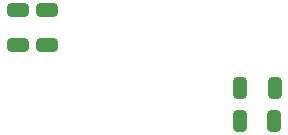
<source format=gbr>
%TF.GenerationSoftware,KiCad,Pcbnew,(6.0.0)*%
%TF.CreationDate,2022-05-13T11:59:29+02:00*%
%TF.ProjectId,Carte Odom_trie V2,43617274-6520-44f6-946f-6de974726965,rev?*%
%TF.SameCoordinates,Original*%
%TF.FileFunction,Paste,Bot*%
%TF.FilePolarity,Positive*%
%FSLAX46Y46*%
G04 Gerber Fmt 4.6, Leading zero omitted, Abs format (unit mm)*
G04 Created by KiCad (PCBNEW (6.0.0)) date 2022-05-13 11:59:29*
%MOMM*%
%LPD*%
G01*
G04 APERTURE LIST*
G04 Aperture macros list*
%AMRoundRect*
0 Rectangle with rounded corners*
0 $1 Rounding radius*
0 $2 $3 $4 $5 $6 $7 $8 $9 X,Y pos of 4 corners*
0 Add a 4 corners polygon primitive as box body*
4,1,4,$2,$3,$4,$5,$6,$7,$8,$9,$2,$3,0*
0 Add four circle primitives for the rounded corners*
1,1,$1+$1,$2,$3*
1,1,$1+$1,$4,$5*
1,1,$1+$1,$6,$7*
1,1,$1+$1,$8,$9*
0 Add four rect primitives between the rounded corners*
20,1,$1+$1,$2,$3,$4,$5,0*
20,1,$1+$1,$4,$5,$6,$7,0*
20,1,$1+$1,$6,$7,$8,$9,0*
20,1,$1+$1,$8,$9,$2,$3,0*%
G04 Aperture macros list end*
%ADD10RoundRect,0.250000X-0.325000X-0.650000X0.325000X-0.650000X0.325000X0.650000X-0.325000X0.650000X0*%
%ADD11RoundRect,0.250000X-0.650000X0.325000X-0.650000X-0.325000X0.650000X-0.325000X0.650000X0.325000X0*%
G04 APERTURE END LIST*
D10*
%TO.C,C1*%
X198325000Y-95125000D03*
X201275000Y-95125000D03*
%TD*%
%TO.C,C2*%
X198300000Y-97925000D03*
X201250000Y-97925000D03*
%TD*%
D11*
%TO.C,C3*%
X182000000Y-88525000D03*
X182000000Y-91475000D03*
%TD*%
%TO.C,C4*%
X179500000Y-88525000D03*
X179500000Y-91475000D03*
%TD*%
M02*

</source>
